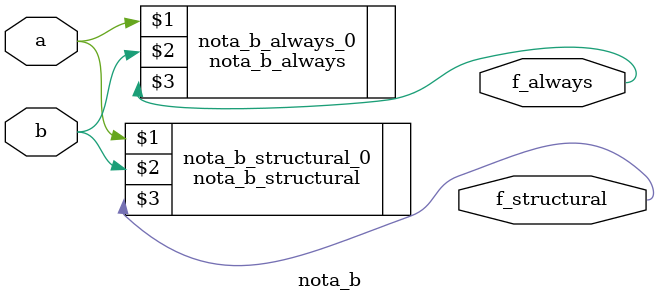
<source format=v>
module nota_b(
	input a,
	input b,
	output f_structural,
	output f_always);
	
	nota_b_structural	nota_b_structural_0	(a, b, f_structural);
	nota_b_always		nota_b_always_0		(a, b, f_always);
	
endmodule
</source>
